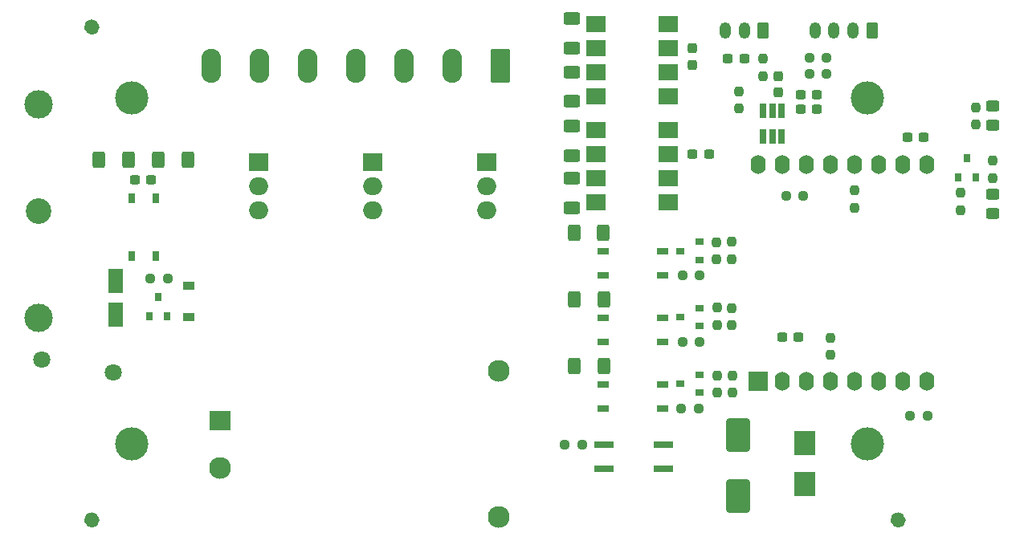
<source format=gbr>
%TF.GenerationSoftware,KiCad,Pcbnew,5.99.0-unknown-r23745-2d001796*%
%TF.CreationDate,2020-11-15T20:41:39+01:00*%
%TF.ProjectId,MadPresso,4d616450-7265-4737-936f-2e6b69636164,rev?*%
%TF.SameCoordinates,PXa8e54e0PY549d608*%
%TF.FileFunction,Soldermask,Top*%
%TF.FilePolarity,Negative*%
%FSLAX46Y46*%
G04 Gerber Fmt 4.6, Leading zero omitted, Abs format (unit mm)*
G04 Created by KiCad (PCBNEW 5.99.0-unknown-r23745-2d001796) date 2020-11-15 20:41:39*
%MOMM*%
%LPD*%
G01*
G04 APERTURE LIST*
G04 Aperture macros list*
%AMRoundRect*
0 Rectangle with rounded corners*
0 $1 Rounding radius*
0 $2 $3 $4 $5 $6 $7 $8 $9 X,Y pos of 4 corners*
0 Add a 4 corners polygon primitive as box body*
4,1,4,$2,$3,$4,$5,$6,$7,$8,$9,$2,$3,0*
0 Add four circle primitives for the rounded corners*
1,1,$1+$1,$2,$3,0*
1,1,$1+$1,$4,$5,0*
1,1,$1+$1,$6,$7,0*
1,1,$1+$1,$8,$9,0*
0 Add four rect primitives between the rounded corners*
20,1,$1+$1,$2,$3,$4,$5,0*
20,1,$1+$1,$4,$5,$6,$7,0*
20,1,$1+$1,$6,$7,$8,$9,0*
20,1,$1+$1,$8,$9,$2,$3,0*%
G04 Aperture macros list end*
%ADD10C,1.000000*%
%ADD11RoundRect,0.237500X-0.300000X-0.237500X0.300000X-0.237500X0.300000X0.237500X-0.300000X0.237500X0*%
%ADD12RoundRect,0.237500X-0.237500X0.300000X-0.237500X-0.300000X0.237500X-0.300000X0.237500X0.300000X0*%
%ADD13RoundRect,0.237500X0.300000X0.237500X-0.300000X0.237500X-0.300000X-0.237500X0.300000X-0.237500X0*%
%ADD14O,1.600000X2.000000*%
%ADD15R,2.000000X2.000000*%
%ADD16RoundRect,0.237500X-0.250000X-0.237500X0.250000X-0.237500X0.250000X0.237500X-0.250000X0.237500X0*%
%ADD17RoundRect,0.237500X-0.237500X0.250000X-0.237500X-0.250000X0.237500X-0.250000X0.237500X0.250000X0*%
%ADD18RoundRect,0.237500X0.237500X-0.250000X0.237500X0.250000X-0.237500X0.250000X-0.237500X-0.250000X0*%
%ADD19RoundRect,0.250000X0.400000X0.625000X-0.400000X0.625000X-0.400000X-0.625000X0.400000X-0.625000X0*%
%ADD20RoundRect,0.250000X0.625000X-0.400000X0.625000X0.400000X-0.625000X0.400000X-0.625000X-0.400000X0*%
%ADD21RoundRect,0.237500X0.250000X0.237500X-0.250000X0.237500X-0.250000X-0.237500X0.250000X-0.237500X0*%
%ADD22RoundRect,0.250000X-0.400000X-0.625000X0.400000X-0.625000X0.400000X0.625000X-0.400000X0.625000X0*%
%ADD23O,2.000000X1.905000*%
%ADD24R,2.000000X1.905000*%
%ADD25R,0.900000X0.800000*%
%ADD26R,1.200000X0.800000*%
%ADD27R,2.300000X2.500000*%
%ADD28O,2.080000X3.600000*%
%ADD29RoundRect,0.249999X0.790001X1.550001X-0.790001X1.550001X-0.790001X-1.550001X0.790001X-1.550001X0*%
%ADD30R,1.200000X0.900000*%
%ADD31R,0.800000X0.900000*%
%ADD32R,2.000000X0.640000*%
%ADD33C,1.800000*%
%ADD34RoundRect,0.250000X1.000000X-1.500000X1.000000X1.500000X-1.000000X1.500000X-1.000000X-1.500000X0*%
%ADD35RoundRect,0.250000X-0.550000X1.050000X-0.550000X-1.050000X0.550000X-1.050000X0.550000X1.050000X0*%
%ADD36O,1.200000X1.750000*%
%ADD37RoundRect,0.250000X0.350000X0.625000X-0.350000X0.625000X-0.350000X-0.625000X0.350000X-0.625000X0*%
%ADD38RoundRect,0.250000X0.450000X-0.325000X0.450000X0.325000X-0.450000X0.325000X-0.450000X-0.325000X0*%
%ADD39C,2.300000*%
%ADD40R,2.300000X2.000000*%
%ADD41C,3.500000*%
%ADD42R,0.650000X1.560000*%
%ADD43R,2.000000X1.780000*%
%ADD44C,2.700000*%
%ADD45C,3.000000*%
%ADD46R,0.800000X1.000000*%
G04 APERTURE END LIST*
D10*
X-80800000Y33725000D02*
G75*
G03*
X-80800000Y33725000I-300000J0D01*
G01*
X-165800000Y33725000D02*
G75*
G03*
X-165800000Y33725000I-300000J0D01*
G01*
X-165800000Y85725000D02*
G75*
G03*
X-165800000Y85725000I-300000J0D01*
G01*
D11*
%TO.C,C11*%
X-91597500Y53045000D03*
X-93322500Y53045000D03*
%TD*%
%TO.C,C10*%
X-101037500Y72325000D03*
X-102762500Y72325000D03*
%TD*%
D12*
%TO.C,C9*%
X-102750000Y81737500D03*
X-102750000Y83462500D03*
%TD*%
D13*
%TO.C,C7*%
X-80112500Y74075000D03*
X-78387500Y74075000D03*
%TD*%
D11*
%TO.C,C6*%
X-89670000Y78582500D03*
X-91395000Y78582500D03*
%TD*%
%TO.C,C5*%
X-89662500Y77045000D03*
X-91387500Y77045000D03*
%TD*%
D12*
%TO.C,C4*%
X-93710000Y78845000D03*
X-93710000Y80570000D03*
%TD*%
D11*
%TO.C,C2*%
X-97322500Y82375000D03*
X-99047500Y82375000D03*
%TD*%
%TO.C,C1*%
X-159837500Y69625000D03*
X-161562500Y69625000D03*
%TD*%
D14*
%TO.C,U3*%
X-95850000Y71235000D03*
X-93310000Y71235000D03*
X-90770000Y71235000D03*
X-88230000Y71235000D03*
X-85690000Y71235000D03*
X-83150000Y71235000D03*
X-80610000Y71235000D03*
X-78070000Y71235000D03*
X-78070000Y48375000D03*
X-80610000Y48375000D03*
X-83150000Y48375000D03*
X-85690000Y48375000D03*
X-88230000Y48375000D03*
X-90770000Y48375000D03*
D15*
X-95850000Y48375000D03*
D14*
X-93310000Y48375000D03*
%TD*%
D16*
%TO.C,R31*%
X-91077500Y67895000D03*
X-92902500Y67895000D03*
%TD*%
D17*
%TO.C,R30*%
X-98580000Y47142500D03*
X-98580000Y48967500D03*
%TD*%
D18*
%TO.C,R29*%
X-100170000Y48967500D03*
X-100170000Y47142500D03*
%TD*%
D16*
%TO.C,R28*%
X-102117500Y45445000D03*
X-103942500Y45445000D03*
%TD*%
D19*
%TO.C,R27*%
X-115237500Y49975000D03*
X-112137500Y49975000D03*
%TD*%
D17*
%TO.C,R26*%
X-98600000Y54282500D03*
X-98600000Y56107500D03*
%TD*%
D18*
%TO.C,R25*%
X-100190000Y56117500D03*
X-100190000Y54292500D03*
%TD*%
D16*
%TO.C,R24*%
X-102012500Y52515000D03*
X-103837500Y52515000D03*
%TD*%
D19*
%TO.C,R23*%
X-115237500Y56975000D03*
X-112137500Y56975000D03*
%TD*%
D17*
%TO.C,R22*%
X-98620000Y61237500D03*
X-98620000Y63062500D03*
%TD*%
D18*
%TO.C,R21*%
X-100240000Y63047500D03*
X-100240000Y61222500D03*
%TD*%
D16*
%TO.C,R20*%
X-102012500Y59505000D03*
X-103837500Y59505000D03*
%TD*%
D19*
%TO.C,R19*%
X-115274998Y64025000D03*
X-112174998Y64025000D03*
%TD*%
D18*
%TO.C,R18*%
X-85700000Y68480000D03*
X-85700000Y66655000D03*
%TD*%
D20*
%TO.C,R17*%
X-115500000Y69775000D03*
X-115500000Y66675000D03*
%TD*%
%TO.C,R16*%
X-115500000Y75287500D03*
X-115500000Y72187500D03*
%TD*%
D17*
%TO.C,R15*%
X-88230000Y51140000D03*
X-88230000Y52965000D03*
%TD*%
D20*
%TO.C,R14*%
X-115500000Y80975000D03*
X-115500000Y77875000D03*
%TD*%
%TO.C,R13*%
X-115500000Y86625000D03*
X-115500000Y83525000D03*
%TD*%
D17*
%TO.C,R12*%
X-72890000Y75437500D03*
X-72890000Y77262500D03*
%TD*%
D18*
%TO.C,R11*%
X-71135000Y71642500D03*
X-71135000Y69817500D03*
%TD*%
D21*
%TO.C,R10*%
X-90452499Y80807501D03*
X-88627499Y80807501D03*
%TD*%
%TO.C,R9*%
X-90447500Y82455000D03*
X-88622500Y82455000D03*
%TD*%
D18*
%TO.C,R8*%
X-74470000Y68232500D03*
X-74470000Y66407500D03*
%TD*%
D16*
%TO.C,R7*%
X-77987500Y44725000D03*
X-79812500Y44725000D03*
%TD*%
D21*
%TO.C,R6*%
X-116242500Y41695000D03*
X-114417500Y41695000D03*
%TD*%
D18*
%TO.C,R5*%
X-95300000Y82362500D03*
X-95300000Y80537500D03*
%TD*%
D17*
%TO.C,R4*%
X-97860000Y77140000D03*
X-97860000Y78965000D03*
%TD*%
D21*
%TO.C,R3*%
X-159937500Y59225000D03*
X-158112500Y59225000D03*
%TD*%
D19*
%TO.C,R2*%
X-159070000Y71725000D03*
X-155970000Y71725000D03*
%TD*%
D22*
%TO.C,R1*%
X-162250000Y71725000D03*
X-165350000Y71725000D03*
%TD*%
D23*
%TO.C,Q7*%
X-148475000Y66400000D03*
X-148475000Y68940000D03*
D24*
X-148475000Y71480000D03*
%TD*%
D23*
%TO.C,Q5*%
X-136475000Y66400000D03*
X-136475000Y68940000D03*
D24*
X-136475000Y71480000D03*
%TD*%
D25*
%TO.C,Q6*%
X-104050000Y55115000D03*
X-102050000Y56065000D03*
X-102050000Y54165000D03*
%TD*%
D26*
%TO.C,U7*%
X-105900000Y52535000D03*
X-112200000Y55075000D03*
X-105900000Y55075000D03*
X-112200000Y52535000D03*
%TD*%
%TO.C,U8*%
X-105900000Y45505000D03*
X-112200000Y48045000D03*
X-105900000Y48045000D03*
X-112200000Y45505000D03*
%TD*%
D25*
%TO.C,Q8*%
X-104050000Y48125000D03*
X-102050000Y49075000D03*
X-102050000Y47175000D03*
%TD*%
D27*
%TO.C,D3*%
X-90900000Y41825000D03*
X-90900000Y37525000D03*
%TD*%
D25*
%TO.C,Q4*%
X-104050000Y62105000D03*
X-102050000Y63055000D03*
X-102050000Y61155000D03*
%TD*%
D26*
%TO.C,U6*%
X-105900000Y59555000D03*
X-112200000Y62095000D03*
X-105900000Y62095000D03*
X-112200000Y59555000D03*
%TD*%
D28*
%TO.C,J1*%
X-153530000Y81625000D03*
X-148450000Y81625000D03*
X-143370000Y81625000D03*
X-138290000Y81625000D03*
X-133210000Y81625000D03*
X-128130000Y81625000D03*
D29*
X-123050000Y81625000D03*
%TD*%
D30*
%TO.C,D2*%
X-155900000Y55175000D03*
X-155900000Y58475000D03*
%TD*%
D31*
%TO.C,Q1*%
X-159100000Y57225000D03*
X-158150000Y55225000D03*
X-160050000Y55225000D03*
%TD*%
D32*
%TO.C,U1*%
X-105805000Y41665000D03*
X-105805000Y39125000D03*
X-112105000Y39125000D03*
X-112105000Y41665000D03*
%TD*%
D33*
%TO.C,RV1*%
X-171350000Y50675000D03*
X-163850000Y49275000D03*
%TD*%
D34*
%TO.C,C8*%
X-98000000Y42725000D03*
X-98000000Y36225000D03*
%TD*%
D23*
%TO.C,Q3*%
X-124475000Y66400000D03*
X-124475000Y68940000D03*
D24*
X-124475000Y71480000D03*
%TD*%
D35*
%TO.C,C3*%
X-163600001Y55375000D03*
X-163600001Y58975000D03*
%TD*%
D36*
%TO.C,J3*%
X-89850000Y85375000D03*
X-87850000Y85375000D03*
X-85850000Y85375000D03*
D37*
X-83850000Y85375000D03*
%TD*%
D38*
%TO.C,D4*%
X-71100000Y68075000D03*
X-71100000Y66025000D03*
%TD*%
D39*
%TO.C,PS1*%
X-123200000Y34025000D03*
X-152600000Y39225000D03*
D40*
X-152600000Y44225000D03*
D39*
X-123200000Y49425000D03*
%TD*%
D36*
%TO.C,J2*%
X-99300000Y85375000D03*
X-97300000Y85375000D03*
D37*
X-95300000Y85375000D03*
%TD*%
D41*
%TO.C,Case*%
X-161850000Y78225000D03*
X-161850000Y41725000D03*
X-84350000Y78225000D03*
X-84350000Y41725000D03*
%TD*%
D42*
%TO.C,U2*%
X-94360000Y74225000D03*
X-93410000Y74225000D03*
X-95310000Y74225000D03*
X-95310000Y76925000D03*
X-94360000Y76925000D03*
X-93410000Y76925000D03*
%TD*%
D43*
%TO.C,U4*%
X-105290000Y86035000D03*
X-112910000Y78415000D03*
X-105290000Y83495000D03*
X-112910000Y80955000D03*
X-105290000Y80955000D03*
X-112910000Y83495000D03*
X-105290000Y78415000D03*
X-112910000Y86035000D03*
%TD*%
D44*
%TO.C,F1*%
X-171700000Y66315000D03*
D45*
X-171700000Y55065000D03*
X-171700000Y77565000D03*
%TD*%
D31*
%TO.C,Q2*%
X-73850000Y71875000D03*
X-72900000Y69875000D03*
X-74800000Y69875000D03*
%TD*%
D43*
%TO.C,U5*%
X-105300000Y74845000D03*
X-112920000Y67225000D03*
X-105300000Y72305000D03*
X-112920000Y69765000D03*
X-105300000Y69765000D03*
X-112920000Y72305000D03*
X-105300000Y67225000D03*
X-112920000Y74845000D03*
%TD*%
D46*
%TO.C,D1*%
X-159370000Y61550000D03*
X-161910000Y61550000D03*
X-161910000Y67700000D03*
X-159370000Y67700000D03*
%TD*%
D38*
%TO.C,D5*%
X-71100000Y77420000D03*
X-71100000Y75370000D03*
%TD*%
M02*

</source>
